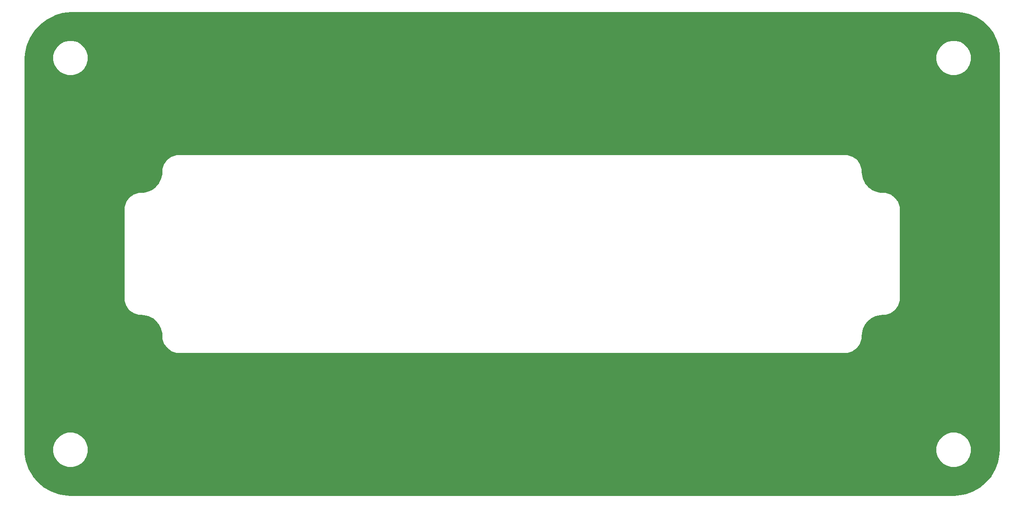
<source format=gbl>
G04 EAGLE Gerber RS-274X export*
G75*
%MOMM*%
%FSLAX34Y34*%
%LPD*%
%INBottom Copper*%
%IPPOS*%
%AMOC8*
5,1,8,0,0,1.08239X$1,22.5*%
G01*
%ADD10C,0.655600*%

G36*
X900023Y-493996D02*
X900023Y-493996D01*
X900044Y-493998D01*
X908149Y-493644D01*
X908219Y-493631D01*
X908279Y-493630D01*
X924244Y-490815D01*
X924336Y-490785D01*
X924412Y-490770D01*
X939645Y-485226D01*
X939731Y-485180D01*
X939803Y-485152D01*
X953842Y-477047D01*
X953918Y-476987D01*
X953985Y-476947D01*
X966403Y-466526D01*
X966468Y-466454D01*
X966526Y-466403D01*
X976947Y-453985D01*
X976998Y-453903D01*
X977047Y-453842D01*
X985152Y-439803D01*
X985188Y-439713D01*
X985226Y-439645D01*
X990770Y-424412D01*
X990790Y-424317D01*
X990815Y-424244D01*
X993630Y-408279D01*
X993632Y-408229D01*
X993635Y-408218D01*
X993636Y-408193D01*
X993644Y-408149D01*
X993998Y-400044D01*
X993996Y-400021D01*
X993999Y-400000D01*
X993999Y398798D01*
X993997Y398813D01*
X993999Y398828D01*
X993983Y398915D01*
X993959Y399077D01*
X993947Y399105D01*
X993945Y399118D01*
X993998Y400131D01*
X993995Y400159D01*
X993999Y400184D01*
X993999Y401278D01*
X994013Y401330D01*
X994011Y401383D01*
X994019Y401430D01*
X994078Y408047D01*
X994068Y408117D01*
X994070Y408178D01*
X992202Y423426D01*
X992198Y423438D01*
X992198Y423440D01*
X992176Y423520D01*
X992165Y423596D01*
X987677Y438288D01*
X987636Y438376D01*
X987612Y438450D01*
X980641Y452139D01*
X980585Y452219D01*
X980548Y452287D01*
X971306Y464558D01*
X971237Y464626D01*
X971189Y464688D01*
X959956Y475167D01*
X959877Y475223D01*
X959819Y475274D01*
X946937Y483644D01*
X946849Y483685D01*
X946783Y483726D01*
X932643Y489732D01*
X932550Y489757D01*
X932478Y489786D01*
X917510Y493245D01*
X917439Y493251D01*
X917381Y493266D01*
X909828Y493995D01*
X909777Y493992D01*
X909732Y493999D01*
X-888780Y493999D01*
X-888798Y493997D01*
X-888815Y493999D01*
X-888904Y493982D01*
X-889059Y493959D01*
X-889083Y493949D01*
X-890119Y493998D01*
X-890144Y493996D01*
X-890166Y493999D01*
X-891288Y493999D01*
X-891312Y494005D01*
X-891369Y494004D01*
X-891418Y494012D01*
X-898889Y494041D01*
X-898959Y494031D01*
X-899019Y494033D01*
X-915985Y491868D01*
X-916078Y491842D01*
X-916155Y491831D01*
X-932487Y486752D01*
X-932574Y486710D01*
X-932648Y486686D01*
X-947850Y478848D01*
X-947929Y478792D01*
X-947997Y478755D01*
X-961607Y468397D01*
X-961675Y468329D01*
X-961736Y468280D01*
X-973341Y455716D01*
X-973396Y455636D01*
X-973447Y455578D01*
X-982694Y441190D01*
X-982734Y441102D01*
X-982775Y441036D01*
X-989382Y425260D01*
X-989407Y425167D01*
X-989435Y425094D01*
X-993203Y408411D01*
X-993209Y408341D01*
X-993223Y408282D01*
X-993995Y399845D01*
X-993993Y399796D01*
X-993999Y399754D01*
X-993999Y-400000D01*
X-993996Y-400023D01*
X-993998Y-400044D01*
X-993644Y-408149D01*
X-993639Y-408179D01*
X-993639Y-408192D01*
X-993631Y-408219D01*
X-993630Y-408279D01*
X-990815Y-424244D01*
X-990785Y-424336D01*
X-990770Y-424412D01*
X-985226Y-439645D01*
X-985180Y-439731D01*
X-985152Y-439803D01*
X-977047Y-453842D01*
X-976987Y-453918D01*
X-976947Y-453985D01*
X-966526Y-466403D01*
X-966454Y-466468D01*
X-966403Y-466526D01*
X-953985Y-476947D01*
X-953903Y-476998D01*
X-953842Y-477047D01*
X-939803Y-485152D01*
X-939713Y-485188D01*
X-939645Y-485226D01*
X-924412Y-490770D01*
X-924317Y-490790D01*
X-924244Y-490815D01*
X-908279Y-493630D01*
X-908208Y-493632D01*
X-908149Y-493644D01*
X-900044Y-493998D01*
X-900021Y-493996D01*
X-900000Y-493999D01*
X900000Y-493999D01*
X900023Y-493996D01*
G37*
%LPC*%
G36*
X-683464Y-202001D02*
X-683464Y-202001D01*
X-693858Y-198624D01*
X-702700Y-192200D01*
X-709124Y-183358D01*
X-712501Y-172964D01*
X-712501Y-167500D01*
X-712505Y-167471D01*
X-712502Y-167444D01*
X-712766Y-162741D01*
X-712785Y-162650D01*
X-712790Y-162575D01*
X-714883Y-153406D01*
X-714930Y-153282D01*
X-714957Y-153195D01*
X-719037Y-144721D01*
X-719111Y-144611D01*
X-719156Y-144532D01*
X-725020Y-137178D01*
X-725117Y-137088D01*
X-725178Y-137020D01*
X-732532Y-131156D01*
X-732646Y-131089D01*
X-732721Y-131037D01*
X-741195Y-126957D01*
X-741321Y-126917D01*
X-741406Y-126883D01*
X-750575Y-124790D01*
X-750668Y-124782D01*
X-750741Y-124766D01*
X-755444Y-124502D01*
X-755474Y-124505D01*
X-755500Y-124501D01*
X-760964Y-124501D01*
X-771358Y-121124D01*
X-780200Y-114700D01*
X-786624Y-105858D01*
X-790001Y-95464D01*
X-790001Y95464D01*
X-786624Y105858D01*
X-780200Y114700D01*
X-771358Y121124D01*
X-760964Y124501D01*
X-755500Y124501D01*
X-755470Y124505D01*
X-755444Y124502D01*
X-750741Y124766D01*
X-750650Y124785D01*
X-750575Y124790D01*
X-741406Y126883D01*
X-741282Y126930D01*
X-741195Y126957D01*
X-732721Y131037D01*
X-732611Y131111D01*
X-732532Y131156D01*
X-725178Y137020D01*
X-725088Y137117D01*
X-725020Y137178D01*
X-719156Y144532D01*
X-719089Y144646D01*
X-719037Y144721D01*
X-714957Y153195D01*
X-714917Y153321D01*
X-714883Y153406D01*
X-712790Y162575D01*
X-712782Y162668D01*
X-712766Y162741D01*
X-712502Y167444D01*
X-712505Y167474D01*
X-712501Y167500D01*
X-712501Y172964D01*
X-709124Y183358D01*
X-702700Y192200D01*
X-693858Y198624D01*
X-683464Y202001D01*
X683464Y202001D01*
X693858Y198624D01*
X702700Y192200D01*
X709124Y183358D01*
X712501Y172964D01*
X712501Y167500D01*
X712505Y167470D01*
X712502Y167444D01*
X712766Y162741D01*
X712785Y162650D01*
X712790Y162575D01*
X714883Y153406D01*
X714930Y153282D01*
X714957Y153195D01*
X719037Y144721D01*
X719111Y144611D01*
X719156Y144532D01*
X725020Y137178D01*
X725117Y137088D01*
X725178Y137020D01*
X732532Y131156D01*
X732646Y131089D01*
X732721Y131037D01*
X741195Y126957D01*
X741321Y126917D01*
X741406Y126883D01*
X750575Y124790D01*
X750668Y124782D01*
X750741Y124766D01*
X755444Y124502D01*
X755474Y124505D01*
X755500Y124501D01*
X760964Y124501D01*
X771358Y121124D01*
X780200Y114700D01*
X786624Y105858D01*
X790001Y95464D01*
X790001Y-95464D01*
X786624Y-105858D01*
X780200Y-114700D01*
X771358Y-121124D01*
X760964Y-124501D01*
X755500Y-124501D01*
X755471Y-124505D01*
X755444Y-124502D01*
X750741Y-124766D01*
X750650Y-124785D01*
X750575Y-124790D01*
X741406Y-126883D01*
X741282Y-126930D01*
X741195Y-126957D01*
X732721Y-131037D01*
X732611Y-131111D01*
X732532Y-131156D01*
X725178Y-137020D01*
X725088Y-137117D01*
X725020Y-137178D01*
X719156Y-144532D01*
X719089Y-144646D01*
X719037Y-144721D01*
X714957Y-153195D01*
X714917Y-153321D01*
X714883Y-153406D01*
X712790Y-162575D01*
X712782Y-162668D01*
X712766Y-162741D01*
X712502Y-167444D01*
X712505Y-167474D01*
X712501Y-167500D01*
X712501Y-172964D01*
X709124Y-183358D01*
X702700Y-192200D01*
X693858Y-198624D01*
X683464Y-202001D01*
X-683464Y-202001D01*
G37*
%LPD*%
%LPC*%
G36*
X895392Y364999D02*
X895392Y364999D01*
X886490Y367384D01*
X878509Y371992D01*
X871992Y378509D01*
X867384Y386490D01*
X864999Y395392D01*
X864999Y404608D01*
X867384Y413510D01*
X871992Y421491D01*
X878509Y428008D01*
X886490Y432616D01*
X895392Y435001D01*
X904608Y435001D01*
X913510Y432616D01*
X921491Y428008D01*
X928008Y421491D01*
X932616Y413510D01*
X935001Y404608D01*
X935001Y395392D01*
X932616Y386490D01*
X928008Y378509D01*
X921491Y371992D01*
X913510Y367384D01*
X904608Y364999D01*
X895392Y364999D01*
G37*
%LPD*%
%LPC*%
G36*
X-904608Y364999D02*
X-904608Y364999D01*
X-913510Y367384D01*
X-921491Y371992D01*
X-928008Y378509D01*
X-932616Y386490D01*
X-935001Y395392D01*
X-935001Y404608D01*
X-932616Y413510D01*
X-928008Y421491D01*
X-921491Y428008D01*
X-913510Y432616D01*
X-904608Y435001D01*
X-895392Y435001D01*
X-886490Y432616D01*
X-878509Y428008D01*
X-871992Y421491D01*
X-867384Y413510D01*
X-864999Y404608D01*
X-864999Y395392D01*
X-867384Y386490D01*
X-871992Y378509D01*
X-878509Y371992D01*
X-886490Y367384D01*
X-895392Y364999D01*
X-904608Y364999D01*
G37*
%LPD*%
%LPC*%
G36*
X895392Y-435001D02*
X895392Y-435001D01*
X886490Y-432616D01*
X878509Y-428008D01*
X871992Y-421491D01*
X867384Y-413510D01*
X864999Y-404608D01*
X864999Y-395392D01*
X867384Y-386490D01*
X871992Y-378509D01*
X878509Y-371992D01*
X886490Y-367384D01*
X895392Y-364999D01*
X904608Y-364999D01*
X913510Y-367384D01*
X921491Y-371992D01*
X928008Y-378509D01*
X932616Y-386490D01*
X935001Y-395392D01*
X935001Y-404608D01*
X932616Y-413510D01*
X928008Y-421491D01*
X921491Y-428008D01*
X913510Y-432616D01*
X904608Y-435001D01*
X895392Y-435001D01*
G37*
%LPD*%
%LPC*%
G36*
X-904608Y-435001D02*
X-904608Y-435001D01*
X-913510Y-432616D01*
X-921491Y-428008D01*
X-928008Y-421491D01*
X-932616Y-413510D01*
X-935001Y-404608D01*
X-935001Y-395392D01*
X-932616Y-386490D01*
X-928008Y-378509D01*
X-921491Y-371992D01*
X-913510Y-367384D01*
X-904608Y-364999D01*
X-895392Y-364999D01*
X-886490Y-367384D01*
X-878509Y-371992D01*
X-871992Y-378509D01*
X-867384Y-386490D01*
X-864999Y-395392D01*
X-864999Y-404608D01*
X-867384Y-413510D01*
X-871992Y-421491D01*
X-878509Y-428008D01*
X-886490Y-432616D01*
X-895392Y-435001D01*
X-904608Y-435001D01*
G37*
%LPD*%
D10*
X0Y-400000D03*
M02*

</source>
